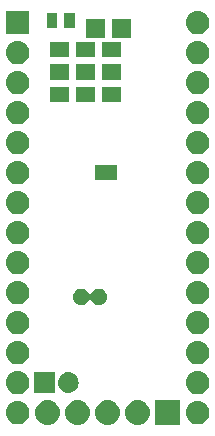
<source format=gbs>
G04 #@! TF.GenerationSoftware,KiCad,Pcbnew,(5.1.2-1)-1*
G04 #@! TF.CreationDate,2019-06-12T16:50:37+03:00*
G04 #@! TF.ProjectId,ayx,6179782e-6b69-4636-9164-5f7063625858,rev?*
G04 #@! TF.SameCoordinates,Original*
G04 #@! TF.FileFunction,Soldermask,Bot*
G04 #@! TF.FilePolarity,Negative*
%FSLAX46Y46*%
G04 Gerber Fmt 4.6, Leading zero omitted, Abs format (unit mm)*
G04 Created by KiCad (PCBNEW (5.1.2-1)-1) date 2019-06-12 16:50:37*
%MOMM*%
%LPD*%
G04 APERTURE LIST*
%ADD10C,0.100000*%
G04 APERTURE END LIST*
D10*
G36*
X154085000Y-120430000D02*
G01*
X151985000Y-120430000D01*
X151985000Y-118330000D01*
X154085000Y-118330000D01*
X154085000Y-120430000D01*
X154085000Y-120430000D01*
G37*
G36*
X150623707Y-118337596D02*
G01*
X150700836Y-118345193D01*
X150898762Y-118405233D01*
X150898765Y-118405234D01*
X151081170Y-118502732D01*
X151241055Y-118633945D01*
X151372268Y-118793830D01*
X151469766Y-118976235D01*
X151469767Y-118976238D01*
X151529807Y-119174164D01*
X151550080Y-119380000D01*
X151529807Y-119585836D01*
X151475599Y-119764535D01*
X151469766Y-119783765D01*
X151372268Y-119966170D01*
X151241055Y-120126055D01*
X151081170Y-120257268D01*
X150898765Y-120354766D01*
X150898762Y-120354767D01*
X150700836Y-120414807D01*
X150623707Y-120422404D01*
X150546580Y-120430000D01*
X150443420Y-120430000D01*
X150366293Y-120422404D01*
X150289164Y-120414807D01*
X150091238Y-120354767D01*
X150091235Y-120354766D01*
X149908830Y-120257268D01*
X149748945Y-120126055D01*
X149617732Y-119966170D01*
X149520234Y-119783765D01*
X149514401Y-119764535D01*
X149460193Y-119585836D01*
X149439920Y-119380000D01*
X149460193Y-119174164D01*
X149520233Y-118976238D01*
X149520234Y-118976235D01*
X149617732Y-118793830D01*
X149748945Y-118633945D01*
X149908830Y-118502732D01*
X150091235Y-118405234D01*
X150091238Y-118405233D01*
X150289164Y-118345193D01*
X150366293Y-118337596D01*
X150443420Y-118330000D01*
X150546580Y-118330000D01*
X150623707Y-118337596D01*
X150623707Y-118337596D01*
G37*
G36*
X148083707Y-118337596D02*
G01*
X148160836Y-118345193D01*
X148358762Y-118405233D01*
X148358765Y-118405234D01*
X148541170Y-118502732D01*
X148701055Y-118633945D01*
X148832268Y-118793830D01*
X148929766Y-118976235D01*
X148929767Y-118976238D01*
X148989807Y-119174164D01*
X149010080Y-119380000D01*
X148989807Y-119585836D01*
X148935599Y-119764535D01*
X148929766Y-119783765D01*
X148832268Y-119966170D01*
X148701055Y-120126055D01*
X148541170Y-120257268D01*
X148358765Y-120354766D01*
X148358762Y-120354767D01*
X148160836Y-120414807D01*
X148083707Y-120422404D01*
X148006580Y-120430000D01*
X147903420Y-120430000D01*
X147826293Y-120422404D01*
X147749164Y-120414807D01*
X147551238Y-120354767D01*
X147551235Y-120354766D01*
X147368830Y-120257268D01*
X147208945Y-120126055D01*
X147077732Y-119966170D01*
X146980234Y-119783765D01*
X146974401Y-119764535D01*
X146920193Y-119585836D01*
X146899920Y-119380000D01*
X146920193Y-119174164D01*
X146980233Y-118976238D01*
X146980234Y-118976235D01*
X147077732Y-118793830D01*
X147208945Y-118633945D01*
X147368830Y-118502732D01*
X147551235Y-118405234D01*
X147551238Y-118405233D01*
X147749164Y-118345193D01*
X147826293Y-118337596D01*
X147903420Y-118330000D01*
X148006580Y-118330000D01*
X148083707Y-118337596D01*
X148083707Y-118337596D01*
G37*
G36*
X145543707Y-118337596D02*
G01*
X145620836Y-118345193D01*
X145818762Y-118405233D01*
X145818765Y-118405234D01*
X146001170Y-118502732D01*
X146161055Y-118633945D01*
X146292268Y-118793830D01*
X146389766Y-118976235D01*
X146389767Y-118976238D01*
X146449807Y-119174164D01*
X146470080Y-119380000D01*
X146449807Y-119585836D01*
X146395599Y-119764535D01*
X146389766Y-119783765D01*
X146292268Y-119966170D01*
X146161055Y-120126055D01*
X146001170Y-120257268D01*
X145818765Y-120354766D01*
X145818762Y-120354767D01*
X145620836Y-120414807D01*
X145543707Y-120422404D01*
X145466580Y-120430000D01*
X145363420Y-120430000D01*
X145286293Y-120422404D01*
X145209164Y-120414807D01*
X145011238Y-120354767D01*
X145011235Y-120354766D01*
X144828830Y-120257268D01*
X144668945Y-120126055D01*
X144537732Y-119966170D01*
X144440234Y-119783765D01*
X144434401Y-119764535D01*
X144380193Y-119585836D01*
X144359920Y-119380000D01*
X144380193Y-119174164D01*
X144440233Y-118976238D01*
X144440234Y-118976235D01*
X144537732Y-118793830D01*
X144668945Y-118633945D01*
X144828830Y-118502732D01*
X145011235Y-118405234D01*
X145011238Y-118405233D01*
X145209164Y-118345193D01*
X145286293Y-118337596D01*
X145363420Y-118330000D01*
X145466580Y-118330000D01*
X145543707Y-118337596D01*
X145543707Y-118337596D01*
G37*
G36*
X143003707Y-118337596D02*
G01*
X143080836Y-118345193D01*
X143278762Y-118405233D01*
X143278765Y-118405234D01*
X143461170Y-118502732D01*
X143621055Y-118633945D01*
X143752268Y-118793830D01*
X143849766Y-118976235D01*
X143849767Y-118976238D01*
X143909807Y-119174164D01*
X143930080Y-119380000D01*
X143909807Y-119585836D01*
X143855599Y-119764535D01*
X143849766Y-119783765D01*
X143752268Y-119966170D01*
X143621055Y-120126055D01*
X143461170Y-120257268D01*
X143278765Y-120354766D01*
X143278762Y-120354767D01*
X143080836Y-120414807D01*
X143003707Y-120422404D01*
X142926580Y-120430000D01*
X142823420Y-120430000D01*
X142746293Y-120422404D01*
X142669164Y-120414807D01*
X142471238Y-120354767D01*
X142471235Y-120354766D01*
X142288830Y-120257268D01*
X142128945Y-120126055D01*
X141997732Y-119966170D01*
X141900234Y-119783765D01*
X141894401Y-119764535D01*
X141840193Y-119585836D01*
X141819920Y-119380000D01*
X141840193Y-119174164D01*
X141900233Y-118976238D01*
X141900234Y-118976235D01*
X141997732Y-118793830D01*
X142128945Y-118633945D01*
X142288830Y-118502732D01*
X142471235Y-118405234D01*
X142471238Y-118405233D01*
X142669164Y-118345193D01*
X142746293Y-118337596D01*
X142823420Y-118330000D01*
X142926580Y-118330000D01*
X143003707Y-118337596D01*
X143003707Y-118337596D01*
G37*
G36*
X155771032Y-118394469D02*
G01*
X155865284Y-118423060D01*
X155959535Y-118451651D01*
X155959537Y-118451652D01*
X156133258Y-118544507D01*
X156285528Y-118669472D01*
X156410493Y-118821742D01*
X156503348Y-118995463D01*
X156560531Y-119183968D01*
X156579838Y-119380000D01*
X156560531Y-119576032D01*
X156503348Y-119764537D01*
X156410493Y-119938258D01*
X156285528Y-120090528D01*
X156133258Y-120215493D01*
X155959537Y-120308348D01*
X155959535Y-120308349D01*
X155865285Y-120336939D01*
X155771032Y-120365531D01*
X155624124Y-120380000D01*
X155525876Y-120380000D01*
X155378968Y-120365531D01*
X155284715Y-120336939D01*
X155190465Y-120308349D01*
X155190463Y-120308348D01*
X155016742Y-120215493D01*
X154864472Y-120090528D01*
X154739507Y-119938258D01*
X154646652Y-119764537D01*
X154589469Y-119576032D01*
X154570162Y-119380000D01*
X154589469Y-119183968D01*
X154646652Y-118995463D01*
X154739507Y-118821742D01*
X154864472Y-118669472D01*
X155016742Y-118544507D01*
X155190463Y-118451652D01*
X155190465Y-118451651D01*
X155284716Y-118423060D01*
X155378968Y-118394469D01*
X155525876Y-118380000D01*
X155624124Y-118380000D01*
X155771032Y-118394469D01*
X155771032Y-118394469D01*
G37*
G36*
X140531032Y-118394469D02*
G01*
X140625284Y-118423060D01*
X140719535Y-118451651D01*
X140719537Y-118451652D01*
X140893258Y-118544507D01*
X141045528Y-118669472D01*
X141170493Y-118821742D01*
X141263348Y-118995463D01*
X141320531Y-119183968D01*
X141339838Y-119380000D01*
X141320531Y-119576032D01*
X141263348Y-119764537D01*
X141170493Y-119938258D01*
X141045528Y-120090528D01*
X140893258Y-120215493D01*
X140719537Y-120308348D01*
X140719535Y-120308349D01*
X140625285Y-120336939D01*
X140531032Y-120365531D01*
X140384124Y-120380000D01*
X140285876Y-120380000D01*
X140138968Y-120365531D01*
X140044715Y-120336939D01*
X139950465Y-120308349D01*
X139950463Y-120308348D01*
X139776742Y-120215493D01*
X139624472Y-120090528D01*
X139499507Y-119938258D01*
X139406652Y-119764537D01*
X139349469Y-119576032D01*
X139330162Y-119380000D01*
X139349469Y-119183968D01*
X139406652Y-118995463D01*
X139499507Y-118821742D01*
X139624472Y-118669472D01*
X139776742Y-118544507D01*
X139950463Y-118451652D01*
X139950465Y-118451651D01*
X140044716Y-118423060D01*
X140138968Y-118394469D01*
X140285876Y-118380000D01*
X140384124Y-118380000D01*
X140531032Y-118394469D01*
X140531032Y-118394469D01*
G37*
G36*
X155771032Y-115854469D02*
G01*
X155865284Y-115883060D01*
X155959535Y-115911651D01*
X155959537Y-115911652D01*
X156133258Y-116004507D01*
X156285528Y-116129472D01*
X156410493Y-116281742D01*
X156503348Y-116455463D01*
X156560531Y-116643968D01*
X156579838Y-116840000D01*
X156560531Y-117036032D01*
X156503348Y-117224537D01*
X156410493Y-117398258D01*
X156285528Y-117550528D01*
X156133258Y-117675493D01*
X155959537Y-117768348D01*
X155959535Y-117768349D01*
X155865284Y-117796940D01*
X155771032Y-117825531D01*
X155624124Y-117840000D01*
X155525876Y-117840000D01*
X155378968Y-117825531D01*
X155284715Y-117796939D01*
X155190465Y-117768349D01*
X155190463Y-117768348D01*
X155016742Y-117675493D01*
X154864472Y-117550528D01*
X154739507Y-117398258D01*
X154646652Y-117224537D01*
X154589469Y-117036032D01*
X154570162Y-116840000D01*
X154589469Y-116643968D01*
X154646652Y-116455463D01*
X154739507Y-116281742D01*
X154864472Y-116129472D01*
X155016742Y-116004507D01*
X155190463Y-115911652D01*
X155190465Y-115911651D01*
X155284715Y-115883061D01*
X155378968Y-115854469D01*
X155525876Y-115840000D01*
X155624124Y-115840000D01*
X155771032Y-115854469D01*
X155771032Y-115854469D01*
G37*
G36*
X140531032Y-115854469D02*
G01*
X140625284Y-115883060D01*
X140719535Y-115911651D01*
X140719537Y-115911652D01*
X140893258Y-116004507D01*
X141045528Y-116129472D01*
X141170493Y-116281742D01*
X141263348Y-116455463D01*
X141320531Y-116643968D01*
X141339838Y-116840000D01*
X141320531Y-117036032D01*
X141263348Y-117224537D01*
X141170493Y-117398258D01*
X141045528Y-117550528D01*
X140893258Y-117675493D01*
X140719537Y-117768348D01*
X140719535Y-117768349D01*
X140625285Y-117796939D01*
X140531032Y-117825531D01*
X140384124Y-117840000D01*
X140285876Y-117840000D01*
X140138968Y-117825531D01*
X140044715Y-117796939D01*
X139950465Y-117768349D01*
X139950463Y-117768348D01*
X139776742Y-117675493D01*
X139624472Y-117550528D01*
X139499507Y-117398258D01*
X139406652Y-117224537D01*
X139349469Y-117036032D01*
X139330162Y-116840000D01*
X139349469Y-116643968D01*
X139406652Y-116455463D01*
X139499507Y-116281742D01*
X139624472Y-116129472D01*
X139776742Y-116004507D01*
X139950463Y-115911652D01*
X139950465Y-115911651D01*
X140044716Y-115883060D01*
X140138968Y-115854469D01*
X140285876Y-115840000D01*
X140384124Y-115840000D01*
X140531032Y-115854469D01*
X140531032Y-115854469D01*
G37*
G36*
X143502600Y-116790900D02*
G01*
X143505002Y-116815286D01*
X143512115Y-116838735D01*
X143513072Y-116840526D01*
X143507982Y-116852815D01*
X143502600Y-116889100D01*
X143502600Y-117715000D01*
X141752600Y-117715000D01*
X141752600Y-115965000D01*
X143502600Y-115965000D01*
X143502600Y-116790900D01*
X143502600Y-116790900D01*
G37*
G36*
X144713429Y-115969220D02*
G01*
X144799130Y-115977661D01*
X144964068Y-116027695D01*
X145116076Y-116108944D01*
X145249312Y-116218288D01*
X145358656Y-116351524D01*
X145439905Y-116503532D01*
X145489939Y-116668470D01*
X145506833Y-116840000D01*
X145489939Y-117011530D01*
X145439905Y-117176468D01*
X145358656Y-117328476D01*
X145249312Y-117461712D01*
X145116076Y-117571056D01*
X144964068Y-117652305D01*
X144799130Y-117702339D01*
X144713429Y-117710780D01*
X144670580Y-117715000D01*
X144584620Y-117715000D01*
X144541771Y-117710780D01*
X144456070Y-117702339D01*
X144291132Y-117652305D01*
X144139124Y-117571056D01*
X144005888Y-117461712D01*
X143896544Y-117328476D01*
X143815295Y-117176468D01*
X143765261Y-117011530D01*
X143751996Y-116876848D01*
X143747216Y-116852814D01*
X143742126Y-116840526D01*
X143743083Y-116838735D01*
X143751996Y-116803152D01*
X143765261Y-116668472D01*
X143765261Y-116668470D01*
X143815295Y-116503532D01*
X143896544Y-116351524D01*
X144005888Y-116218288D01*
X144139124Y-116108944D01*
X144291132Y-116027695D01*
X144456070Y-115977661D01*
X144541771Y-115969220D01*
X144584620Y-115965000D01*
X144670580Y-115965000D01*
X144713429Y-115969220D01*
X144713429Y-115969220D01*
G37*
G36*
X155771032Y-113314469D02*
G01*
X155865284Y-113343060D01*
X155959535Y-113371651D01*
X155959537Y-113371652D01*
X156133258Y-113464507D01*
X156285528Y-113589472D01*
X156410493Y-113741742D01*
X156503348Y-113915463D01*
X156560531Y-114103968D01*
X156579838Y-114300000D01*
X156560531Y-114496032D01*
X156503348Y-114684537D01*
X156410493Y-114858258D01*
X156285528Y-115010528D01*
X156133258Y-115135493D01*
X155959537Y-115228348D01*
X155959535Y-115228349D01*
X155865285Y-115256939D01*
X155771032Y-115285531D01*
X155624124Y-115300000D01*
X155525876Y-115300000D01*
X155378968Y-115285531D01*
X155284715Y-115256939D01*
X155190465Y-115228349D01*
X155190463Y-115228348D01*
X155016742Y-115135493D01*
X154864472Y-115010528D01*
X154739507Y-114858258D01*
X154646652Y-114684537D01*
X154589469Y-114496032D01*
X154570162Y-114300000D01*
X154589469Y-114103968D01*
X154646652Y-113915463D01*
X154739507Y-113741742D01*
X154864472Y-113589472D01*
X155016742Y-113464507D01*
X155190463Y-113371652D01*
X155190465Y-113371651D01*
X155284716Y-113343060D01*
X155378968Y-113314469D01*
X155525876Y-113300000D01*
X155624124Y-113300000D01*
X155771032Y-113314469D01*
X155771032Y-113314469D01*
G37*
G36*
X140531032Y-113314469D02*
G01*
X140625284Y-113343060D01*
X140719535Y-113371651D01*
X140719537Y-113371652D01*
X140893258Y-113464507D01*
X141045528Y-113589472D01*
X141170493Y-113741742D01*
X141263348Y-113915463D01*
X141320531Y-114103968D01*
X141339838Y-114300000D01*
X141320531Y-114496032D01*
X141263348Y-114684537D01*
X141170493Y-114858258D01*
X141045528Y-115010528D01*
X140893258Y-115135493D01*
X140719537Y-115228348D01*
X140719535Y-115228349D01*
X140625285Y-115256939D01*
X140531032Y-115285531D01*
X140384124Y-115300000D01*
X140285876Y-115300000D01*
X140138968Y-115285531D01*
X140044715Y-115256939D01*
X139950465Y-115228349D01*
X139950463Y-115228348D01*
X139776742Y-115135493D01*
X139624472Y-115010528D01*
X139499507Y-114858258D01*
X139406652Y-114684537D01*
X139349469Y-114496032D01*
X139330162Y-114300000D01*
X139349469Y-114103968D01*
X139406652Y-113915463D01*
X139499507Y-113741742D01*
X139624472Y-113589472D01*
X139776742Y-113464507D01*
X139950463Y-113371652D01*
X139950465Y-113371651D01*
X140044716Y-113343060D01*
X140138968Y-113314469D01*
X140285876Y-113300000D01*
X140384124Y-113300000D01*
X140531032Y-113314469D01*
X140531032Y-113314469D01*
G37*
G36*
X155771032Y-110774469D02*
G01*
X155865285Y-110803061D01*
X155959535Y-110831651D01*
X155959537Y-110831652D01*
X156133258Y-110924507D01*
X156285528Y-111049472D01*
X156410493Y-111201742D01*
X156503348Y-111375463D01*
X156560531Y-111563968D01*
X156579838Y-111760000D01*
X156560531Y-111956032D01*
X156503348Y-112144537D01*
X156410493Y-112318258D01*
X156285528Y-112470528D01*
X156133258Y-112595493D01*
X155959537Y-112688348D01*
X155959535Y-112688349D01*
X155865284Y-112716940D01*
X155771032Y-112745531D01*
X155624124Y-112760000D01*
X155525876Y-112760000D01*
X155378968Y-112745531D01*
X155284716Y-112716940D01*
X155190465Y-112688349D01*
X155190463Y-112688348D01*
X155016742Y-112595493D01*
X154864472Y-112470528D01*
X154739507Y-112318258D01*
X154646652Y-112144537D01*
X154589469Y-111956032D01*
X154570162Y-111760000D01*
X154589469Y-111563968D01*
X154646652Y-111375463D01*
X154739507Y-111201742D01*
X154864472Y-111049472D01*
X155016742Y-110924507D01*
X155190463Y-110831652D01*
X155190465Y-110831651D01*
X155284715Y-110803061D01*
X155378968Y-110774469D01*
X155525876Y-110760000D01*
X155624124Y-110760000D01*
X155771032Y-110774469D01*
X155771032Y-110774469D01*
G37*
G36*
X140531032Y-110774469D02*
G01*
X140625285Y-110803061D01*
X140719535Y-110831651D01*
X140719537Y-110831652D01*
X140893258Y-110924507D01*
X141045528Y-111049472D01*
X141170493Y-111201742D01*
X141263348Y-111375463D01*
X141320531Y-111563968D01*
X141339838Y-111760000D01*
X141320531Y-111956032D01*
X141263348Y-112144537D01*
X141170493Y-112318258D01*
X141045528Y-112470528D01*
X140893258Y-112595493D01*
X140719537Y-112688348D01*
X140719535Y-112688349D01*
X140625284Y-112716940D01*
X140531032Y-112745531D01*
X140384124Y-112760000D01*
X140285876Y-112760000D01*
X140138968Y-112745531D01*
X140044716Y-112716940D01*
X139950465Y-112688349D01*
X139950463Y-112688348D01*
X139776742Y-112595493D01*
X139624472Y-112470528D01*
X139499507Y-112318258D01*
X139406652Y-112144537D01*
X139349469Y-111956032D01*
X139330162Y-111760000D01*
X139349469Y-111563968D01*
X139406652Y-111375463D01*
X139499507Y-111201742D01*
X139624472Y-111049472D01*
X139776742Y-110924507D01*
X139950463Y-110831652D01*
X139950465Y-110831651D01*
X140044715Y-110803061D01*
X140138968Y-110774469D01*
X140285876Y-110760000D01*
X140384124Y-110760000D01*
X140531032Y-110774469D01*
X140531032Y-110774469D01*
G37*
G36*
X145922582Y-108902500D02*
G01*
X146049973Y-108955267D01*
X146049974Y-108955268D01*
X146164624Y-109031874D01*
X146262126Y-109129376D01*
X146262127Y-109129378D01*
X146338733Y-109244027D01*
X146352916Y-109278268D01*
X146364467Y-109299878D01*
X146380012Y-109318820D01*
X146398954Y-109334366D01*
X146420565Y-109345917D01*
X146444013Y-109353030D01*
X146468400Y-109355432D01*
X146492786Y-109353030D01*
X146516235Y-109345917D01*
X146537845Y-109334366D01*
X146556787Y-109318821D01*
X146572333Y-109299879D01*
X146583884Y-109278268D01*
X146598067Y-109244027D01*
X146674673Y-109129378D01*
X146674674Y-109129376D01*
X146772176Y-109031874D01*
X146886826Y-108955268D01*
X146886827Y-108955267D01*
X147014218Y-108902500D01*
X147149455Y-108875600D01*
X147287345Y-108875600D01*
X147422582Y-108902500D01*
X147549973Y-108955267D01*
X147549974Y-108955268D01*
X147664624Y-109031874D01*
X147762126Y-109129376D01*
X147762127Y-109129378D01*
X147838733Y-109244027D01*
X147891500Y-109371418D01*
X147918400Y-109506655D01*
X147918400Y-109644545D01*
X147891500Y-109779782D01*
X147838733Y-109907173D01*
X147800689Y-109964110D01*
X147762126Y-110021824D01*
X147664624Y-110119326D01*
X147621189Y-110148348D01*
X147549973Y-110195933D01*
X147422582Y-110248700D01*
X147287345Y-110275600D01*
X147149455Y-110275600D01*
X147014218Y-110248700D01*
X146886827Y-110195933D01*
X146815611Y-110148348D01*
X146772176Y-110119326D01*
X146674674Y-110021824D01*
X146636111Y-109964110D01*
X146598067Y-109907173D01*
X146583884Y-109872932D01*
X146572333Y-109851322D01*
X146556788Y-109832380D01*
X146537846Y-109816834D01*
X146516235Y-109805283D01*
X146492787Y-109798170D01*
X146468400Y-109795768D01*
X146444014Y-109798170D01*
X146420565Y-109805283D01*
X146398955Y-109816834D01*
X146380013Y-109832379D01*
X146364467Y-109851321D01*
X146352916Y-109872932D01*
X146338733Y-109907173D01*
X146300689Y-109964110D01*
X146262126Y-110021824D01*
X146164624Y-110119326D01*
X146121189Y-110148348D01*
X146049973Y-110195933D01*
X145922582Y-110248700D01*
X145787345Y-110275600D01*
X145649455Y-110275600D01*
X145514218Y-110248700D01*
X145386827Y-110195933D01*
X145315611Y-110148348D01*
X145272176Y-110119326D01*
X145174674Y-110021824D01*
X145136111Y-109964110D01*
X145098067Y-109907173D01*
X145045300Y-109779782D01*
X145018400Y-109644545D01*
X145018400Y-109506655D01*
X145045300Y-109371418D01*
X145098067Y-109244027D01*
X145174673Y-109129378D01*
X145174674Y-109129376D01*
X145272176Y-109031874D01*
X145386826Y-108955268D01*
X145386827Y-108955267D01*
X145514218Y-108902500D01*
X145649455Y-108875600D01*
X145787345Y-108875600D01*
X145922582Y-108902500D01*
X145922582Y-108902500D01*
G37*
G36*
X155771032Y-108234469D02*
G01*
X155865284Y-108263060D01*
X155959535Y-108291651D01*
X155959537Y-108291652D01*
X156133258Y-108384507D01*
X156285528Y-108509472D01*
X156410493Y-108661742D01*
X156503348Y-108835463D01*
X156560531Y-109023968D01*
X156579838Y-109220000D01*
X156560531Y-109416032D01*
X156503348Y-109604537D01*
X156410493Y-109778258D01*
X156285528Y-109930528D01*
X156133258Y-110055493D01*
X155959537Y-110148348D01*
X155959535Y-110148349D01*
X155865285Y-110176939D01*
X155771032Y-110205531D01*
X155624124Y-110220000D01*
X155525876Y-110220000D01*
X155378968Y-110205531D01*
X155284715Y-110176939D01*
X155190465Y-110148349D01*
X155190463Y-110148348D01*
X155016742Y-110055493D01*
X154864472Y-109930528D01*
X154739507Y-109778258D01*
X154646652Y-109604537D01*
X154589469Y-109416032D01*
X154570162Y-109220000D01*
X154589469Y-109023968D01*
X154646652Y-108835463D01*
X154739507Y-108661742D01*
X154864472Y-108509472D01*
X155016742Y-108384507D01*
X155190463Y-108291652D01*
X155190465Y-108291651D01*
X155284716Y-108263060D01*
X155378968Y-108234469D01*
X155525876Y-108220000D01*
X155624124Y-108220000D01*
X155771032Y-108234469D01*
X155771032Y-108234469D01*
G37*
G36*
X140531032Y-108234469D02*
G01*
X140625284Y-108263060D01*
X140719535Y-108291651D01*
X140719537Y-108291652D01*
X140893258Y-108384507D01*
X141045528Y-108509472D01*
X141170493Y-108661742D01*
X141263348Y-108835463D01*
X141320531Y-109023968D01*
X141339838Y-109220000D01*
X141320531Y-109416032D01*
X141263348Y-109604537D01*
X141170493Y-109778258D01*
X141045528Y-109930528D01*
X140893258Y-110055493D01*
X140719537Y-110148348D01*
X140719535Y-110148349D01*
X140625285Y-110176939D01*
X140531032Y-110205531D01*
X140384124Y-110220000D01*
X140285876Y-110220000D01*
X140138968Y-110205531D01*
X140044715Y-110176939D01*
X139950465Y-110148349D01*
X139950463Y-110148348D01*
X139776742Y-110055493D01*
X139624472Y-109930528D01*
X139499507Y-109778258D01*
X139406652Y-109604537D01*
X139349469Y-109416032D01*
X139330162Y-109220000D01*
X139349469Y-109023968D01*
X139406652Y-108835463D01*
X139499507Y-108661742D01*
X139624472Y-108509472D01*
X139776742Y-108384507D01*
X139950463Y-108291652D01*
X139950465Y-108291651D01*
X140044716Y-108263060D01*
X140138968Y-108234469D01*
X140285876Y-108220000D01*
X140384124Y-108220000D01*
X140531032Y-108234469D01*
X140531032Y-108234469D01*
G37*
G36*
X155771032Y-105694469D02*
G01*
X155865284Y-105723060D01*
X155959535Y-105751651D01*
X155959537Y-105751652D01*
X156133258Y-105844507D01*
X156285528Y-105969472D01*
X156410493Y-106121742D01*
X156503348Y-106295463D01*
X156560531Y-106483968D01*
X156579838Y-106680000D01*
X156560531Y-106876032D01*
X156503348Y-107064537D01*
X156410493Y-107238258D01*
X156285528Y-107390528D01*
X156133258Y-107515493D01*
X155959537Y-107608348D01*
X155959535Y-107608349D01*
X155865285Y-107636939D01*
X155771032Y-107665531D01*
X155624124Y-107680000D01*
X155525876Y-107680000D01*
X155378968Y-107665531D01*
X155284715Y-107636939D01*
X155190465Y-107608349D01*
X155190463Y-107608348D01*
X155016742Y-107515493D01*
X154864472Y-107390528D01*
X154739507Y-107238258D01*
X154646652Y-107064537D01*
X154589469Y-106876032D01*
X154570162Y-106680000D01*
X154589469Y-106483968D01*
X154646652Y-106295463D01*
X154739507Y-106121742D01*
X154864472Y-105969472D01*
X155016742Y-105844507D01*
X155190463Y-105751652D01*
X155190465Y-105751651D01*
X155284716Y-105723060D01*
X155378968Y-105694469D01*
X155525876Y-105680000D01*
X155624124Y-105680000D01*
X155771032Y-105694469D01*
X155771032Y-105694469D01*
G37*
G36*
X140531032Y-105694469D02*
G01*
X140625284Y-105723060D01*
X140719535Y-105751651D01*
X140719537Y-105751652D01*
X140893258Y-105844507D01*
X141045528Y-105969472D01*
X141170493Y-106121742D01*
X141263348Y-106295463D01*
X141320531Y-106483968D01*
X141339838Y-106680000D01*
X141320531Y-106876032D01*
X141263348Y-107064537D01*
X141170493Y-107238258D01*
X141045528Y-107390528D01*
X140893258Y-107515493D01*
X140719537Y-107608348D01*
X140719535Y-107608349D01*
X140625285Y-107636939D01*
X140531032Y-107665531D01*
X140384124Y-107680000D01*
X140285876Y-107680000D01*
X140138968Y-107665531D01*
X140044715Y-107636939D01*
X139950465Y-107608349D01*
X139950463Y-107608348D01*
X139776742Y-107515493D01*
X139624472Y-107390528D01*
X139499507Y-107238258D01*
X139406652Y-107064537D01*
X139349469Y-106876032D01*
X139330162Y-106680000D01*
X139349469Y-106483968D01*
X139406652Y-106295463D01*
X139499507Y-106121742D01*
X139624472Y-105969472D01*
X139776742Y-105844507D01*
X139950463Y-105751652D01*
X139950465Y-105751651D01*
X140044716Y-105723060D01*
X140138968Y-105694469D01*
X140285876Y-105680000D01*
X140384124Y-105680000D01*
X140531032Y-105694469D01*
X140531032Y-105694469D01*
G37*
G36*
X155771032Y-103154469D02*
G01*
X155865285Y-103183061D01*
X155959535Y-103211651D01*
X155959537Y-103211652D01*
X156133258Y-103304507D01*
X156285528Y-103429472D01*
X156410493Y-103581742D01*
X156503348Y-103755463D01*
X156560531Y-103943968D01*
X156579838Y-104140000D01*
X156560531Y-104336032D01*
X156503348Y-104524537D01*
X156410493Y-104698258D01*
X156285528Y-104850528D01*
X156133258Y-104975493D01*
X155959537Y-105068348D01*
X155959535Y-105068349D01*
X155865284Y-105096940D01*
X155771032Y-105125531D01*
X155624124Y-105140000D01*
X155525876Y-105140000D01*
X155378968Y-105125531D01*
X155284716Y-105096940D01*
X155190465Y-105068349D01*
X155190463Y-105068348D01*
X155016742Y-104975493D01*
X154864472Y-104850528D01*
X154739507Y-104698258D01*
X154646652Y-104524537D01*
X154589469Y-104336032D01*
X154570162Y-104140000D01*
X154589469Y-103943968D01*
X154646652Y-103755463D01*
X154739507Y-103581742D01*
X154864472Y-103429472D01*
X155016742Y-103304507D01*
X155190463Y-103211652D01*
X155190465Y-103211651D01*
X155284715Y-103183061D01*
X155378968Y-103154469D01*
X155525876Y-103140000D01*
X155624124Y-103140000D01*
X155771032Y-103154469D01*
X155771032Y-103154469D01*
G37*
G36*
X140531032Y-103154469D02*
G01*
X140625285Y-103183061D01*
X140719535Y-103211651D01*
X140719537Y-103211652D01*
X140893258Y-103304507D01*
X141045528Y-103429472D01*
X141170493Y-103581742D01*
X141263348Y-103755463D01*
X141320531Y-103943968D01*
X141339838Y-104140000D01*
X141320531Y-104336032D01*
X141263348Y-104524537D01*
X141170493Y-104698258D01*
X141045528Y-104850528D01*
X140893258Y-104975493D01*
X140719537Y-105068348D01*
X140719535Y-105068349D01*
X140625284Y-105096940D01*
X140531032Y-105125531D01*
X140384124Y-105140000D01*
X140285876Y-105140000D01*
X140138968Y-105125531D01*
X140044716Y-105096940D01*
X139950465Y-105068349D01*
X139950463Y-105068348D01*
X139776742Y-104975493D01*
X139624472Y-104850528D01*
X139499507Y-104698258D01*
X139406652Y-104524537D01*
X139349469Y-104336032D01*
X139330162Y-104140000D01*
X139349469Y-103943968D01*
X139406652Y-103755463D01*
X139499507Y-103581742D01*
X139624472Y-103429472D01*
X139776742Y-103304507D01*
X139950463Y-103211652D01*
X139950465Y-103211651D01*
X140044715Y-103183061D01*
X140138968Y-103154469D01*
X140285876Y-103140000D01*
X140384124Y-103140000D01*
X140531032Y-103154469D01*
X140531032Y-103154469D01*
G37*
G36*
X155771032Y-100614469D02*
G01*
X155865284Y-100643060D01*
X155959535Y-100671651D01*
X155959537Y-100671652D01*
X156133258Y-100764507D01*
X156285528Y-100889472D01*
X156410493Y-101041742D01*
X156503348Y-101215463D01*
X156560531Y-101403968D01*
X156579838Y-101600000D01*
X156560531Y-101796032D01*
X156503348Y-101984537D01*
X156410493Y-102158258D01*
X156285528Y-102310528D01*
X156133258Y-102435493D01*
X155959537Y-102528348D01*
X155959535Y-102528349D01*
X155865285Y-102556939D01*
X155771032Y-102585531D01*
X155624124Y-102600000D01*
X155525876Y-102600000D01*
X155378968Y-102585531D01*
X155284715Y-102556939D01*
X155190465Y-102528349D01*
X155190463Y-102528348D01*
X155016742Y-102435493D01*
X154864472Y-102310528D01*
X154739507Y-102158258D01*
X154646652Y-101984537D01*
X154589469Y-101796032D01*
X154570162Y-101600000D01*
X154589469Y-101403968D01*
X154646652Y-101215463D01*
X154739507Y-101041742D01*
X154864472Y-100889472D01*
X155016742Y-100764507D01*
X155190463Y-100671652D01*
X155190465Y-100671651D01*
X155284716Y-100643060D01*
X155378968Y-100614469D01*
X155525876Y-100600000D01*
X155624124Y-100600000D01*
X155771032Y-100614469D01*
X155771032Y-100614469D01*
G37*
G36*
X140531032Y-100614469D02*
G01*
X140625284Y-100643060D01*
X140719535Y-100671651D01*
X140719537Y-100671652D01*
X140893258Y-100764507D01*
X141045528Y-100889472D01*
X141170493Y-101041742D01*
X141263348Y-101215463D01*
X141320531Y-101403968D01*
X141339838Y-101600000D01*
X141320531Y-101796032D01*
X141263348Y-101984537D01*
X141170493Y-102158258D01*
X141045528Y-102310528D01*
X140893258Y-102435493D01*
X140719537Y-102528348D01*
X140719535Y-102528349D01*
X140625285Y-102556939D01*
X140531032Y-102585531D01*
X140384124Y-102600000D01*
X140285876Y-102600000D01*
X140138968Y-102585531D01*
X140044715Y-102556939D01*
X139950465Y-102528349D01*
X139950463Y-102528348D01*
X139776742Y-102435493D01*
X139624472Y-102310528D01*
X139499507Y-102158258D01*
X139406652Y-101984537D01*
X139349469Y-101796032D01*
X139330162Y-101600000D01*
X139349469Y-101403968D01*
X139406652Y-101215463D01*
X139499507Y-101041742D01*
X139624472Y-100889472D01*
X139776742Y-100764507D01*
X139950463Y-100671652D01*
X139950465Y-100671651D01*
X140044716Y-100643060D01*
X140138968Y-100614469D01*
X140285876Y-100600000D01*
X140384124Y-100600000D01*
X140531032Y-100614469D01*
X140531032Y-100614469D01*
G37*
G36*
X140531032Y-98074469D02*
G01*
X140625285Y-98103061D01*
X140719535Y-98131651D01*
X140719537Y-98131652D01*
X140893258Y-98224507D01*
X141045528Y-98349472D01*
X141170493Y-98501742D01*
X141263348Y-98675463D01*
X141320531Y-98863968D01*
X141339838Y-99060000D01*
X141320531Y-99256032D01*
X141263348Y-99444537D01*
X141170493Y-99618258D01*
X141045528Y-99770528D01*
X140893258Y-99895493D01*
X140719537Y-99988348D01*
X140719535Y-99988349D01*
X140625284Y-100016940D01*
X140531032Y-100045531D01*
X140384124Y-100060000D01*
X140285876Y-100060000D01*
X140138968Y-100045531D01*
X140044716Y-100016940D01*
X139950465Y-99988349D01*
X139950463Y-99988348D01*
X139776742Y-99895493D01*
X139624472Y-99770528D01*
X139499507Y-99618258D01*
X139406652Y-99444537D01*
X139349469Y-99256032D01*
X139330162Y-99060000D01*
X139349469Y-98863968D01*
X139406652Y-98675463D01*
X139499507Y-98501742D01*
X139624472Y-98349472D01*
X139776742Y-98224507D01*
X139950463Y-98131652D01*
X139950465Y-98131651D01*
X140044715Y-98103061D01*
X140138968Y-98074469D01*
X140285876Y-98060000D01*
X140384124Y-98060000D01*
X140531032Y-98074469D01*
X140531032Y-98074469D01*
G37*
G36*
X155771032Y-98074469D02*
G01*
X155865285Y-98103061D01*
X155959535Y-98131651D01*
X155959537Y-98131652D01*
X156133258Y-98224507D01*
X156285528Y-98349472D01*
X156410493Y-98501742D01*
X156503348Y-98675463D01*
X156560531Y-98863968D01*
X156579838Y-99060000D01*
X156560531Y-99256032D01*
X156503348Y-99444537D01*
X156410493Y-99618258D01*
X156285528Y-99770528D01*
X156133258Y-99895493D01*
X155959537Y-99988348D01*
X155959535Y-99988349D01*
X155865284Y-100016940D01*
X155771032Y-100045531D01*
X155624124Y-100060000D01*
X155525876Y-100060000D01*
X155378968Y-100045531D01*
X155284716Y-100016940D01*
X155190465Y-99988349D01*
X155190463Y-99988348D01*
X155016742Y-99895493D01*
X154864472Y-99770528D01*
X154739507Y-99618258D01*
X154646652Y-99444537D01*
X154589469Y-99256032D01*
X154570162Y-99060000D01*
X154589469Y-98863968D01*
X154646652Y-98675463D01*
X154739507Y-98501742D01*
X154864472Y-98349472D01*
X155016742Y-98224507D01*
X155190463Y-98131652D01*
X155190465Y-98131651D01*
X155284715Y-98103061D01*
X155378968Y-98074469D01*
X155525876Y-98060000D01*
X155624124Y-98060000D01*
X155771032Y-98074469D01*
X155771032Y-98074469D01*
G37*
G36*
X148786000Y-99710000D02*
G01*
X146870000Y-99710000D01*
X146870000Y-98410000D01*
X148786000Y-98410000D01*
X148786000Y-99710000D01*
X148786000Y-99710000D01*
G37*
G36*
X155771032Y-95534469D02*
G01*
X155865285Y-95563061D01*
X155959535Y-95591651D01*
X155959537Y-95591652D01*
X156133258Y-95684507D01*
X156285528Y-95809472D01*
X156410493Y-95961742D01*
X156503348Y-96135463D01*
X156560531Y-96323968D01*
X156579838Y-96520000D01*
X156560531Y-96716032D01*
X156503348Y-96904537D01*
X156410493Y-97078258D01*
X156285528Y-97230528D01*
X156133258Y-97355493D01*
X155959537Y-97448348D01*
X155959535Y-97448349D01*
X155865284Y-97476940D01*
X155771032Y-97505531D01*
X155624124Y-97520000D01*
X155525876Y-97520000D01*
X155378968Y-97505531D01*
X155284716Y-97476940D01*
X155190465Y-97448349D01*
X155190463Y-97448348D01*
X155016742Y-97355493D01*
X154864472Y-97230528D01*
X154739507Y-97078258D01*
X154646652Y-96904537D01*
X154589469Y-96716032D01*
X154570162Y-96520000D01*
X154589469Y-96323968D01*
X154646652Y-96135463D01*
X154739507Y-95961742D01*
X154864472Y-95809472D01*
X155016742Y-95684507D01*
X155190463Y-95591652D01*
X155190465Y-95591651D01*
X155284715Y-95563061D01*
X155378968Y-95534469D01*
X155525876Y-95520000D01*
X155624124Y-95520000D01*
X155771032Y-95534469D01*
X155771032Y-95534469D01*
G37*
G36*
X140531032Y-95534469D02*
G01*
X140625285Y-95563061D01*
X140719535Y-95591651D01*
X140719537Y-95591652D01*
X140893258Y-95684507D01*
X141045528Y-95809472D01*
X141170493Y-95961742D01*
X141263348Y-96135463D01*
X141320531Y-96323968D01*
X141339838Y-96520000D01*
X141320531Y-96716032D01*
X141263348Y-96904537D01*
X141170493Y-97078258D01*
X141045528Y-97230528D01*
X140893258Y-97355493D01*
X140719537Y-97448348D01*
X140719535Y-97448349D01*
X140625284Y-97476940D01*
X140531032Y-97505531D01*
X140384124Y-97520000D01*
X140285876Y-97520000D01*
X140138968Y-97505531D01*
X140044716Y-97476940D01*
X139950465Y-97448349D01*
X139950463Y-97448348D01*
X139776742Y-97355493D01*
X139624472Y-97230528D01*
X139499507Y-97078258D01*
X139406652Y-96904537D01*
X139349469Y-96716032D01*
X139330162Y-96520000D01*
X139349469Y-96323968D01*
X139406652Y-96135463D01*
X139499507Y-95961742D01*
X139624472Y-95809472D01*
X139776742Y-95684507D01*
X139950463Y-95591652D01*
X139950465Y-95591651D01*
X140044715Y-95563061D01*
X140138968Y-95534469D01*
X140285876Y-95520000D01*
X140384124Y-95520000D01*
X140531032Y-95534469D01*
X140531032Y-95534469D01*
G37*
G36*
X140531032Y-92994469D02*
G01*
X140625284Y-93023060D01*
X140719535Y-93051651D01*
X140719537Y-93051652D01*
X140893258Y-93144507D01*
X141045528Y-93269472D01*
X141170493Y-93421742D01*
X141263348Y-93595463D01*
X141320531Y-93783968D01*
X141339838Y-93980000D01*
X141320531Y-94176032D01*
X141263348Y-94364537D01*
X141170493Y-94538258D01*
X141045528Y-94690528D01*
X140893258Y-94815493D01*
X140719537Y-94908348D01*
X140719535Y-94908349D01*
X140625285Y-94936939D01*
X140531032Y-94965531D01*
X140384124Y-94980000D01*
X140285876Y-94980000D01*
X140138968Y-94965531D01*
X140044715Y-94936939D01*
X139950465Y-94908349D01*
X139950463Y-94908348D01*
X139776742Y-94815493D01*
X139624472Y-94690528D01*
X139499507Y-94538258D01*
X139406652Y-94364537D01*
X139349469Y-94176032D01*
X139330162Y-93980000D01*
X139349469Y-93783968D01*
X139406652Y-93595463D01*
X139499507Y-93421742D01*
X139624472Y-93269472D01*
X139776742Y-93144507D01*
X139950463Y-93051652D01*
X139950465Y-93051651D01*
X140044716Y-93023060D01*
X140138968Y-92994469D01*
X140285876Y-92980000D01*
X140384124Y-92980000D01*
X140531032Y-92994469D01*
X140531032Y-92994469D01*
G37*
G36*
X155771032Y-92994469D02*
G01*
X155865284Y-93023060D01*
X155959535Y-93051651D01*
X155959537Y-93051652D01*
X156133258Y-93144507D01*
X156285528Y-93269472D01*
X156410493Y-93421742D01*
X156503348Y-93595463D01*
X156560531Y-93783968D01*
X156579838Y-93980000D01*
X156560531Y-94176032D01*
X156503348Y-94364537D01*
X156410493Y-94538258D01*
X156285528Y-94690528D01*
X156133258Y-94815493D01*
X155959537Y-94908348D01*
X155959535Y-94908349D01*
X155865285Y-94936939D01*
X155771032Y-94965531D01*
X155624124Y-94980000D01*
X155525876Y-94980000D01*
X155378968Y-94965531D01*
X155284715Y-94936939D01*
X155190465Y-94908349D01*
X155190463Y-94908348D01*
X155016742Y-94815493D01*
X154864472Y-94690528D01*
X154739507Y-94538258D01*
X154646652Y-94364537D01*
X154589469Y-94176032D01*
X154570162Y-93980000D01*
X154589469Y-93783968D01*
X154646652Y-93595463D01*
X154739507Y-93421742D01*
X154864472Y-93269472D01*
X155016742Y-93144507D01*
X155190463Y-93051652D01*
X155190465Y-93051651D01*
X155284716Y-93023060D01*
X155378968Y-92994469D01*
X155525876Y-92980000D01*
X155624124Y-92980000D01*
X155771032Y-92994469D01*
X155771032Y-92994469D01*
G37*
G36*
X146850000Y-93106000D02*
G01*
X145250000Y-93106000D01*
X145250000Y-91806000D01*
X146850000Y-91806000D01*
X146850000Y-93106000D01*
X146850000Y-93106000D01*
G37*
G36*
X144650000Y-93106000D02*
G01*
X143050000Y-93106000D01*
X143050000Y-91806000D01*
X144650000Y-91806000D01*
X144650000Y-93106000D01*
X144650000Y-93106000D01*
G37*
G36*
X149050000Y-93106000D02*
G01*
X147450000Y-93106000D01*
X147450000Y-91806000D01*
X149050000Y-91806000D01*
X149050000Y-93106000D01*
X149050000Y-93106000D01*
G37*
G36*
X155771032Y-90454469D02*
G01*
X155865285Y-90483061D01*
X155959535Y-90511651D01*
X155959537Y-90511652D01*
X156133258Y-90604507D01*
X156285528Y-90729472D01*
X156410493Y-90881742D01*
X156503348Y-91055463D01*
X156560531Y-91243968D01*
X156579838Y-91440000D01*
X156560531Y-91636032D01*
X156560530Y-91636034D01*
X156508972Y-91806000D01*
X156503348Y-91824537D01*
X156410493Y-91998258D01*
X156285528Y-92150528D01*
X156133258Y-92275493D01*
X155959537Y-92368348D01*
X155959535Y-92368349D01*
X155865284Y-92396940D01*
X155771032Y-92425531D01*
X155624124Y-92440000D01*
X155525876Y-92440000D01*
X155378968Y-92425531D01*
X155284716Y-92396940D01*
X155190465Y-92368349D01*
X155190463Y-92368348D01*
X155016742Y-92275493D01*
X154864472Y-92150528D01*
X154739507Y-91998258D01*
X154646652Y-91824537D01*
X154641029Y-91806000D01*
X154589470Y-91636034D01*
X154589469Y-91636032D01*
X154570162Y-91440000D01*
X154589469Y-91243968D01*
X154646652Y-91055463D01*
X154739507Y-90881742D01*
X154864472Y-90729472D01*
X155016742Y-90604507D01*
X155190463Y-90511652D01*
X155190465Y-90511651D01*
X155284715Y-90483061D01*
X155378968Y-90454469D01*
X155525876Y-90440000D01*
X155624124Y-90440000D01*
X155771032Y-90454469D01*
X155771032Y-90454469D01*
G37*
G36*
X140531032Y-90454469D02*
G01*
X140625285Y-90483061D01*
X140719535Y-90511651D01*
X140719537Y-90511652D01*
X140893258Y-90604507D01*
X141045528Y-90729472D01*
X141170493Y-90881742D01*
X141263348Y-91055463D01*
X141320531Y-91243968D01*
X141339838Y-91440000D01*
X141320531Y-91636032D01*
X141320530Y-91636034D01*
X141268972Y-91806000D01*
X141263348Y-91824537D01*
X141170493Y-91998258D01*
X141045528Y-92150528D01*
X140893258Y-92275493D01*
X140719537Y-92368348D01*
X140719535Y-92368349D01*
X140625284Y-92396940D01*
X140531032Y-92425531D01*
X140384124Y-92440000D01*
X140285876Y-92440000D01*
X140138968Y-92425531D01*
X140044716Y-92396940D01*
X139950465Y-92368349D01*
X139950463Y-92368348D01*
X139776742Y-92275493D01*
X139624472Y-92150528D01*
X139499507Y-91998258D01*
X139406652Y-91824537D01*
X139401029Y-91806000D01*
X139349470Y-91636034D01*
X139349469Y-91636032D01*
X139330162Y-91440000D01*
X139349469Y-91243968D01*
X139406652Y-91055463D01*
X139499507Y-90881742D01*
X139624472Y-90729472D01*
X139776742Y-90604507D01*
X139950463Y-90511652D01*
X139950465Y-90511651D01*
X140044715Y-90483061D01*
X140138968Y-90454469D01*
X140285876Y-90440000D01*
X140384124Y-90440000D01*
X140531032Y-90454469D01*
X140531032Y-90454469D01*
G37*
G36*
X144650000Y-91201000D02*
G01*
X143050000Y-91201000D01*
X143050000Y-89901000D01*
X144650000Y-89901000D01*
X144650000Y-91201000D01*
X144650000Y-91201000D01*
G37*
G36*
X146850000Y-91201000D02*
G01*
X145250000Y-91201000D01*
X145250000Y-89901000D01*
X146850000Y-89901000D01*
X146850000Y-91201000D01*
X146850000Y-91201000D01*
G37*
G36*
X149050000Y-91201000D02*
G01*
X147450000Y-91201000D01*
X147450000Y-89901000D01*
X149050000Y-89901000D01*
X149050000Y-91201000D01*
X149050000Y-91201000D01*
G37*
G36*
X155771032Y-87914469D02*
G01*
X155865285Y-87943061D01*
X155959535Y-87971651D01*
X155959537Y-87971652D01*
X156133258Y-88064507D01*
X156285528Y-88189472D01*
X156410493Y-88341742D01*
X156503348Y-88515463D01*
X156560531Y-88703968D01*
X156579838Y-88900000D01*
X156560531Y-89096032D01*
X156503348Y-89284537D01*
X156410493Y-89458258D01*
X156285528Y-89610528D01*
X156133258Y-89735493D01*
X155959537Y-89828348D01*
X155959535Y-89828349D01*
X155865284Y-89856940D01*
X155771032Y-89885531D01*
X155624124Y-89900000D01*
X155525876Y-89900000D01*
X155378968Y-89885531D01*
X155284716Y-89856940D01*
X155190465Y-89828349D01*
X155190463Y-89828348D01*
X155016742Y-89735493D01*
X154864472Y-89610528D01*
X154739507Y-89458258D01*
X154646652Y-89284537D01*
X154589469Y-89096032D01*
X154570162Y-88900000D01*
X154589469Y-88703968D01*
X154646652Y-88515463D01*
X154739507Y-88341742D01*
X154864472Y-88189472D01*
X155016742Y-88064507D01*
X155190463Y-87971652D01*
X155190465Y-87971651D01*
X155284715Y-87943061D01*
X155378968Y-87914469D01*
X155525876Y-87900000D01*
X155624124Y-87900000D01*
X155771032Y-87914469D01*
X155771032Y-87914469D01*
G37*
G36*
X140531032Y-87914469D02*
G01*
X140625285Y-87943061D01*
X140719535Y-87971651D01*
X140719537Y-87971652D01*
X140893258Y-88064507D01*
X141045528Y-88189472D01*
X141170493Y-88341742D01*
X141263348Y-88515463D01*
X141320531Y-88703968D01*
X141339838Y-88900000D01*
X141320531Y-89096032D01*
X141263348Y-89284537D01*
X141170493Y-89458258D01*
X141045528Y-89610528D01*
X140893258Y-89735493D01*
X140719537Y-89828348D01*
X140719535Y-89828349D01*
X140625284Y-89856940D01*
X140531032Y-89885531D01*
X140384124Y-89900000D01*
X140285876Y-89900000D01*
X140138968Y-89885531D01*
X140044716Y-89856940D01*
X139950465Y-89828349D01*
X139950463Y-89828348D01*
X139776742Y-89735493D01*
X139624472Y-89610528D01*
X139499507Y-89458258D01*
X139406652Y-89284537D01*
X139349469Y-89096032D01*
X139330162Y-88900000D01*
X139349469Y-88703968D01*
X139406652Y-88515463D01*
X139499507Y-88341742D01*
X139624472Y-88189472D01*
X139776742Y-88064507D01*
X139950463Y-87971652D01*
X139950465Y-87971651D01*
X140044715Y-87943061D01*
X140138968Y-87914469D01*
X140285876Y-87900000D01*
X140384124Y-87900000D01*
X140531032Y-87914469D01*
X140531032Y-87914469D01*
G37*
G36*
X149050000Y-89296000D02*
G01*
X147450000Y-89296000D01*
X147450000Y-87996000D01*
X149050000Y-87996000D01*
X149050000Y-89296000D01*
X149050000Y-89296000D01*
G37*
G36*
X146850000Y-89296000D02*
G01*
X145250000Y-89296000D01*
X145250000Y-87996000D01*
X146850000Y-87996000D01*
X146850000Y-89296000D01*
X146850000Y-89296000D01*
G37*
G36*
X144650000Y-89296000D02*
G01*
X143050000Y-89296000D01*
X143050000Y-87996000D01*
X144650000Y-87996000D01*
X144650000Y-89296000D01*
X144650000Y-89296000D01*
G37*
G36*
X147700000Y-87668000D02*
G01*
X146100000Y-87668000D01*
X146100000Y-86068000D01*
X147700000Y-86068000D01*
X147700000Y-87668000D01*
X147700000Y-87668000D01*
G37*
G36*
X149900000Y-87668000D02*
G01*
X148300000Y-87668000D01*
X148300000Y-86068000D01*
X149900000Y-86068000D01*
X149900000Y-87668000D01*
X149900000Y-87668000D01*
G37*
G36*
X155771032Y-85374469D02*
G01*
X155865284Y-85403060D01*
X155959535Y-85431651D01*
X155959537Y-85431652D01*
X156133258Y-85524507D01*
X156285528Y-85649472D01*
X156410493Y-85801742D01*
X156503348Y-85975463D01*
X156560531Y-86163968D01*
X156579838Y-86360000D01*
X156560531Y-86556032D01*
X156503348Y-86744537D01*
X156410493Y-86918258D01*
X156285528Y-87070528D01*
X156133258Y-87195493D01*
X155959537Y-87288348D01*
X155959535Y-87288349D01*
X155865285Y-87316939D01*
X155771032Y-87345531D01*
X155624124Y-87360000D01*
X155525876Y-87360000D01*
X155378968Y-87345531D01*
X155284715Y-87316939D01*
X155190465Y-87288349D01*
X155190463Y-87288348D01*
X155016742Y-87195493D01*
X154864472Y-87070528D01*
X154739507Y-86918258D01*
X154646652Y-86744537D01*
X154589469Y-86556032D01*
X154570162Y-86360000D01*
X154589469Y-86163968D01*
X154646652Y-85975463D01*
X154739507Y-85801742D01*
X154864472Y-85649472D01*
X155016742Y-85524507D01*
X155190463Y-85431652D01*
X155190465Y-85431651D01*
X155284716Y-85403060D01*
X155378968Y-85374469D01*
X155525876Y-85360000D01*
X155624124Y-85360000D01*
X155771032Y-85374469D01*
X155771032Y-85374469D01*
G37*
G36*
X141335000Y-87360000D02*
G01*
X139335000Y-87360000D01*
X139335000Y-85360000D01*
X141335000Y-85360000D01*
X141335000Y-87360000D01*
X141335000Y-87360000D01*
G37*
G36*
X143700000Y-86850000D02*
G01*
X142800000Y-86850000D01*
X142800000Y-85550000D01*
X143700000Y-85550000D01*
X143700000Y-86850000D01*
X143700000Y-86850000D01*
G37*
G36*
X145200000Y-86850000D02*
G01*
X144300000Y-86850000D01*
X144300000Y-85550000D01*
X145200000Y-85550000D01*
X145200000Y-86850000D01*
X145200000Y-86850000D01*
G37*
M02*

</source>
